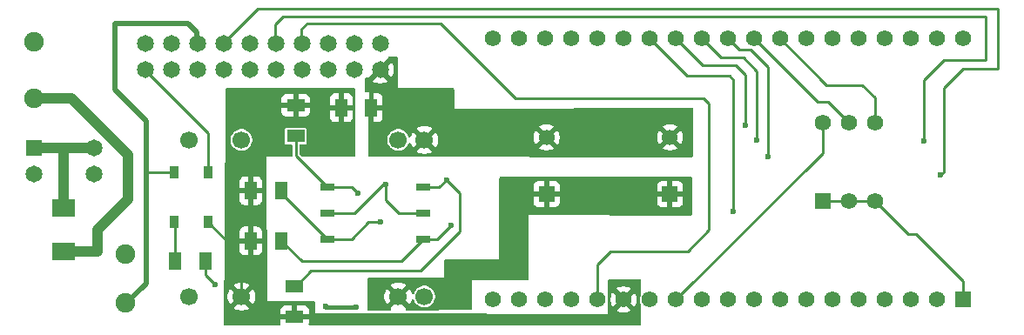
<source format=gbr>
%TF.GenerationSoftware,KiCad,Pcbnew,9.0.0*%
%TF.CreationDate,2025-11-28T03:58:55-07:00*%
%TF.ProjectId,ESP-Board,4553502d-426f-4617-9264-2e6b69636164,rev?*%
%TF.SameCoordinates,Original*%
%TF.FileFunction,Copper,L2,Bot*%
%TF.FilePolarity,Positive*%
%FSLAX46Y46*%
G04 Gerber Fmt 4.6, Leading zero omitted, Abs format (unit mm)*
G04 Created by KiCad (PCBNEW 9.0.0) date 2025-11-28 03:58:55*
%MOMM*%
%LPD*%
G01*
G04 APERTURE LIST*
%TA.AperFunction,ComponentPad*%
%ADD10R,1.580000X1.580000*%
%TD*%
%TA.AperFunction,ComponentPad*%
%ADD11C,1.580000*%
%TD*%
%TA.AperFunction,ComponentPad*%
%ADD12R,1.524000X1.524000*%
%TD*%
%TA.AperFunction,ComponentPad*%
%ADD13C,1.524000*%
%TD*%
%TA.AperFunction,ComponentPad*%
%ADD14R,1.650000X1.650000*%
%TD*%
%TA.AperFunction,ComponentPad*%
%ADD15C,1.650000*%
%TD*%
%TA.AperFunction,ComponentPad*%
%ADD16C,1.900000*%
%TD*%
%TA.AperFunction,ComponentPad*%
%ADD17C,1.700000*%
%TD*%
%TA.AperFunction,ComponentPad*%
%ADD18C,1.651000*%
%TD*%
%TA.AperFunction,SMDPad,CuDef*%
%ADD19R,0.939800X1.244600*%
%TD*%
%TA.AperFunction,SMDPad,CuDef*%
%ADD20R,1.371600X0.660400*%
%TD*%
%TA.AperFunction,SMDPad,CuDef*%
%ADD21R,1.770000X1.170000*%
%TD*%
%TA.AperFunction,SMDPad,CuDef*%
%ADD22R,1.170000X1.770000*%
%TD*%
%TA.AperFunction,SMDPad,CuDef*%
%ADD23R,1.230000X1.770000*%
%TD*%
%TA.AperFunction,ComponentPad*%
%ADD24R,1.560000X1.560000*%
%TD*%
%TA.AperFunction,ComponentPad*%
%ADD25C,1.560000*%
%TD*%
%TA.AperFunction,SMDPad,CuDef*%
%ADD26R,2.209800X1.651000*%
%TD*%
%TA.AperFunction,SMDPad,CuDef*%
%ADD27R,1.200000X1.820000*%
%TD*%
%TA.AperFunction,ViaPad*%
%ADD28C,0.600000*%
%TD*%
%TA.AperFunction,Conductor*%
%ADD29C,0.254000*%
%TD*%
%TA.AperFunction,Conductor*%
%ADD30C,0.450000*%
%TD*%
%TA.AperFunction,Conductor*%
%ADD31C,1.000000*%
%TD*%
%TA.AperFunction,Conductor*%
%ADD32C,0.500000*%
%TD*%
G04 APERTURE END LIST*
D10*
%TO.P,S1,1A*%
%TO.N,+3.3V*%
X174945000Y-92057500D03*
D11*
%TO.P,S1,1B*%
%TO.N,GPIO_14*%
X174945000Y-84437500D03*
%TO.P,S1,2A*%
%TO.N,+3.3V*%
X177485000Y-92057500D03*
%TO.P,S1,2B*%
%TO.N,GPIO_18*%
X177485000Y-84437500D03*
%TO.P,S1,3A*%
%TO.N,+3.3V*%
X180025000Y-92057500D03*
%TO.P,S1,3B*%
%TO.N,GPIO_19*%
X180025000Y-84437500D03*
%TD*%
D12*
%TO.P,C1,1*%
%TO.N,+VIN*%
X148074919Y-91353665D03*
D13*
%TO.P,C1,2*%
%TO.N,-Vin*%
X148074919Y-85841865D03*
%TD*%
D12*
%TO.P,C2,1*%
%TO.N,+VIN*%
X160074919Y-91353665D03*
D13*
%TO.P,C2,2*%
%TO.N,-Vin*%
X160074919Y-85841865D03*
%TD*%
D14*
%TO.P,S2,1*%
%TO.N,+24V*%
X98200000Y-86871400D03*
D15*
%TO.P,S2,2*%
%TO.N,+VIN*%
X98200000Y-89371400D03*
%TO.P,S2,3*%
%TO.N,+24V*%
X104100000Y-86871400D03*
%TO.P,S2,4*%
%TO.N,+VIN*%
X104100000Y-89371400D03*
%TD*%
D16*
%TO.P,RF1,1*%
%TO.N,+VIN-dc*%
X98250000Y-76530000D03*
%TO.P,RF1,2*%
%TO.N,+VIN*%
X98250000Y-82041800D03*
%TD*%
D17*
%TO.P,PS1,2,-VIN*%
%TO.N,-Vin*%
X136195000Y-86095000D03*
%TO.P,PS1,3,-VIN__1*%
%TO.N,unconnected-(PS1--VIN__1-Pad3)*%
X133655000Y-86095000D03*
%TO.P,PS1,9,NC*%
%TO.N,unconnected-(PS1-NC-Pad9)*%
X118415000Y-86095000D03*
%TO.P,PS1,11,NC1*%
%TO.N,unconnected-(PS1-NC1-Pad11)*%
X113335000Y-86095000D03*
%TO.P,PS1,14,+VOUT*%
%TO.N,/ESP-Board/+VOUT*%
X113335000Y-101335000D03*
%TO.P,PS1,16,-VOUT*%
%TO.N,ESP_GND2*%
X118415000Y-101335000D03*
%TO.P,PS1,22,+VIN*%
%TO.N,+VIN*%
X133655000Y-101335000D03*
%TO.P,PS1,23,+VIN__1*%
%TO.N,unconnected-(PS1-+VIN__1-Pad23)*%
X136195000Y-101335000D03*
%TD*%
D16*
%TO.P,RF2,1*%
%TO.N,/ESP-Board/+VOUT*%
X107111066Y-97191250D03*
%TO.P,RF2,2*%
%TO.N,+VOUT_esp_signal*%
X107136066Y-101941250D03*
%TD*%
D18*
%TO.P,J7,1,1*%
%TO.N,GPIO_27*%
X109040000Y-79262500D03*
%TO.P,J7,2,2*%
%TO.N,GPIO_26*%
X111580000Y-79262500D03*
%TO.P,J7,3,3*%
%TO.N,GPIO_25*%
X114120000Y-79262500D03*
%TO.P,J7,4,4*%
%TO.N,GPIO_33*%
X116660000Y-79262500D03*
%TO.P,J7,5,5*%
%TO.N,GPIO_32*%
X119200000Y-79262500D03*
%TO.P,J7,6,6*%
%TO.N,+3.3V*%
X121740000Y-79262500D03*
%TO.P,J7,7,7*%
%TO.N,GPIO_23*%
X124280000Y-79262500D03*
%TO.P,J7,8,8*%
%TO.N,GPIO_22*%
X126820000Y-79262500D03*
%TO.P,J7,9,9*%
%TO.N,GPIO_21*%
X129360000Y-79262500D03*
%TO.P,J7,10,10*%
%TO.N,-Vin*%
X131900000Y-79262500D03*
%TO.P,J7,11,11*%
%TO.N,+VIN*%
X109040000Y-76722500D03*
%TO.P,J7,12,12*%
%TO.N,+VIN-dc*%
X111580000Y-76722500D03*
%TO.P,J7,13,13*%
%TO.N,+VOUT_esp_signal*%
X114120000Y-76722500D03*
%TO.P,J7,14,14*%
%TO.N,GPIO_ANAG_34*%
X116660000Y-76722500D03*
%TO.P,J7,15,15*%
%TO.N,unconnected-(J7-Pad15)*%
X119200000Y-76722500D03*
%TO.P,J7,16,16*%
%TO.N,GPIO_ANAG_35*%
X121740000Y-76722500D03*
%TO.P,J7,17,17*%
%TO.N,GPIO_13*%
X124280000Y-76722500D03*
%TO.P,J7,18,18*%
%TO.N,ESP_GND2*%
X126820000Y-76722500D03*
%TO.P,J7,19,19*%
%TO.N,GPIO_2*%
X129360000Y-76722500D03*
%TO.P,J7,20,20*%
%TO.N,CLK*%
X131900000Y-76722500D03*
%TD*%
D19*
%TO.P,LED1,1,VDD*%
%TO.N,+VOUT_esp_signal*%
X111835000Y-89216600D03*
%TO.P,LED1,2,DOUT*%
%TO.N,GPIO_27*%
X115134998Y-89216600D03*
%TO.P,LED1,3,VSS*%
%TO.N,ESP_GND2*%
X115134998Y-94093400D03*
%TO.P,LED1,4,DIN*%
%TO.N,Net-(LED1-DIN)*%
X111835000Y-94093400D03*
%TD*%
D20*
%TO.P,U6,1,1*%
%TO.N,GPIO_4*%
X126761400Y-95775000D03*
%TO.P,U6,2,2*%
%TO.N,+3.3V*%
X126761400Y-93235000D03*
%TO.P,U6,3,3*%
%TO.N,GPIO_17*%
X126761400Y-90695000D03*
%TO.P,U6,4,4*%
%TO.N,GPIO_16*%
X136108600Y-90695000D03*
%TO.P,U6,5,5*%
%TO.N,+3.3V*%
X136108600Y-93235000D03*
%TO.P,U6,6,6*%
%TO.N,GPIO_5*%
X136108600Y-95775000D03*
%TD*%
D21*
%TO.P,R15,1*%
%TO.N,GPIO_16*%
X123575000Y-100291000D03*
%TO.P,R15,2*%
%TO.N,ESP_GND2*%
X123575000Y-103279000D03*
%TD*%
D22*
%TO.P,R16,1*%
%TO.N,GPIO_4*%
X122289000Y-91035000D03*
%TO.P,R16,2*%
%TO.N,ESP_GND2*%
X119301000Y-91035000D03*
%TD*%
D23*
%TO.P,R7,1*%
%TO.N,Net-(LED1-DIN)*%
X111959000Y-97895000D03*
%TO.P,R7,2*%
%TO.N,GPIO_27*%
X114891000Y-97895000D03*
%TD*%
D24*
%TO.P,U1,J2-1,3V3*%
%TO.N,+3.3V*%
X188595000Y-101635000D03*
D25*
%TO.P,U1,J2-2,EN*%
%TO.N,unconnected-(U1-EN-PadJ2-2)*%
X186055000Y-101635000D03*
%TO.P,U1,J2-3,SENSOR_VP*%
%TO.N,unconnected-(U1-SENSOR_VP-PadJ2-3)*%
X183515000Y-101635000D03*
%TO.P,U1,J2-4,SENSOR_VN*%
%TO.N,unconnected-(U1-SENSOR_VN-PadJ2-4)*%
X180975000Y-101635000D03*
%TO.P,U1,J2-5,IO34*%
%TO.N,GPIO_ANAG_34*%
X178435000Y-101635000D03*
%TO.P,U1,J2-6,IO35*%
%TO.N,GPIO_ANAG_35*%
X175895000Y-101635000D03*
%TO.P,U1,J2-7,IO32*%
%TO.N,GPIO_32*%
X173355000Y-101635000D03*
%TO.P,U1,J2-8,IO33*%
%TO.N,GPIO_33*%
X170815000Y-101635000D03*
%TO.P,U1,J2-9,IO25*%
%TO.N,GPIO_25*%
X168275000Y-101635000D03*
%TO.P,U1,J2-10,IO26*%
%TO.N,GPIO_26*%
X165735000Y-101635000D03*
%TO.P,U1,J2-11,IO27*%
%TO.N,GPIO_27*%
X163195000Y-101635000D03*
%TO.P,U1,J2-12,IO14*%
%TO.N,GPIO_14*%
X160655000Y-101635000D03*
%TO.P,U1,J2-13,IO12*%
%TO.N,unconnected-(U1-IO12-PadJ2-13)*%
X158115000Y-101635000D03*
%TO.P,U1,J2-14,GND1*%
%TO.N,ESP_GND2*%
X155575000Y-101635000D03*
%TO.P,U1,J2-15,IO13*%
%TO.N,GPIO_13*%
X153035000Y-101635000D03*
%TO.P,U1,J2-16,SD2*%
%TO.N,unconnected-(U1-SD2-PadJ2-16)*%
X150495000Y-101635000D03*
%TO.P,U1,J2-17,SD3*%
%TO.N,unconnected-(U1-SD3-PadJ2-17)*%
X147955000Y-101635000D03*
%TO.P,U1,J2-18,CMD*%
%TO.N,unconnected-(U1-CMD-PadJ2-18)*%
X145415000Y-101635000D03*
%TO.P,U1,J2-19,EXT_5V*%
%TO.N,+VOUT_esp_signal*%
X142875000Y-101635000D03*
%TO.P,U1,J3-1,GND3*%
%TO.N,ESP_GND2*%
X188595000Y-76235000D03*
%TO.P,U1,J3-2,IO23*%
%TO.N,GPIO_23*%
X186055000Y-76235000D03*
%TO.P,U1,J3-3,IO22*%
%TO.N,GPIO_22*%
X183515000Y-76235000D03*
%TO.P,U1,J3-4,TXD0*%
%TO.N,unconnected-(U1-TXD0-PadJ3-4)*%
X180975000Y-76235000D03*
%TO.P,U1,J3-5,RXD0*%
%TO.N,unconnected-(U1-RXD0-PadJ3-5)*%
X178435000Y-76235000D03*
%TO.P,U1,J3-6,IO21*%
%TO.N,GPIO_21*%
X175895000Y-76235000D03*
%TO.P,U1,J3-7,GND2*%
%TO.N,ESP_GND2*%
X173355000Y-76235000D03*
%TO.P,U1,J3-8,IO19*%
%TO.N,GPIO_19*%
X170815000Y-76235000D03*
%TO.P,U1,J3-9,IO18*%
%TO.N,GPIO_18*%
X168275000Y-76235000D03*
%TO.P,U1,J3-10,IO5*%
%TO.N,GPIO_5*%
X165735000Y-76235000D03*
%TO.P,U1,J3-11,IO17*%
%TO.N,GPIO_17*%
X163195000Y-76235000D03*
%TO.P,U1,J3-12,IO16*%
%TO.N,GPIO_16*%
X160655000Y-76235000D03*
%TO.P,U1,J3-13,IO4*%
%TO.N,GPIO_4*%
X158115000Y-76235000D03*
%TO.P,U1,J3-14,IO0*%
%TO.N,unconnected-(U1-IO0-PadJ3-14)*%
X155575000Y-76235000D03*
%TO.P,U1,J3-15,IO2*%
%TO.N,GPIO_2*%
X153035000Y-76235000D03*
%TO.P,U1,J3-16,IO15*%
%TO.N,unconnected-(U1-IO15-PadJ3-16)*%
X150495000Y-76235000D03*
%TO.P,U1,J3-17,SD1*%
%TO.N,unconnected-(U1-SD1-PadJ3-17)*%
X147955000Y-76235000D03*
%TO.P,U1,J3-18,SD0*%
%TO.N,unconnected-(U1-SD0-PadJ3-18)*%
X145415000Y-76235000D03*
%TO.P,U1,J3-19,CLK*%
%TO.N,CLK*%
X142875000Y-76235000D03*
%TD*%
D26*
%TO.P,D1,1*%
%TO.N,+24V*%
X101100000Y-92721400D03*
%TO.P,D1,2*%
%TO.N,+VIN*%
X101100000Y-96963200D03*
%TD*%
D27*
%TO.P,C3,1*%
%TO.N,ESP_GND2*%
X128115000Y-82955000D03*
%TO.P,C3,2*%
%TO.N,-Vin*%
X131035000Y-82955000D03*
%TD*%
D22*
%TO.P,R14,1*%
%TO.N,GPIO_5*%
X122289000Y-95915000D03*
%TO.P,R14,2*%
%TO.N,ESP_GND2*%
X119301000Y-95915000D03*
%TD*%
D21*
%TO.P,R13,1*%
%TO.N,GPIO_17*%
X123685000Y-85719000D03*
%TO.P,R13,2*%
%TO.N,ESP_GND2*%
X123685000Y-82731000D03*
%TD*%
D28*
%TO.N,+VIN*%
X131285000Y-101235000D03*
%TO.N,+3.3V*%
X132435000Y-90435000D03*
%TO.N,GPIO_ANAG_34*%
X186385000Y-89535000D03*
%TO.N,+VOUT_esp_signal*%
X126590000Y-102320000D03*
X129530000Y-102330000D03*
%TO.N,GPIO_ANAG_35*%
X184735000Y-86235000D03*
%TO.N,GPIO_27*%
X115875000Y-100175000D03*
%TO.N,GPIO_5*%
X169585000Y-87685000D03*
X138755485Y-94414515D03*
%TO.N,GPIO_17*%
X168535000Y-86135000D03*
X129685000Y-91235000D03*
%TO.N,GPIO_16*%
X138335000Y-89985000D03*
X167435000Y-84635000D03*
%TO.N,GPIO_4*%
X131935000Y-94085000D03*
X166235000Y-93035000D03*
%TD*%
D29*
%TO.N,GPIO_ANAG_34*%
X191985000Y-79185000D02*
X191985000Y-73330000D01*
X191985000Y-73330000D02*
X120012500Y-73330000D01*
X188535000Y-79185000D02*
X191985000Y-79185000D01*
X186685000Y-81035000D02*
X188535000Y-79185000D01*
X120012500Y-73330000D02*
X116620000Y-76722500D01*
X186685000Y-89235000D02*
X186685000Y-81035000D01*
X186385000Y-89535000D02*
X186685000Y-89235000D01*
D30*
%TO.N,+VOUT_esp_signal*%
X128740000Y-102330000D02*
X129530000Y-102330000D01*
X127665000Y-102335000D02*
X128735000Y-102335000D01*
X128735000Y-102335000D02*
X128740000Y-102330000D01*
X126600000Y-102330000D02*
X127660000Y-102330000D01*
X127660000Y-102330000D02*
X127665000Y-102335000D01*
X126590000Y-102320000D02*
X126600000Y-102330000D01*
D31*
%TO.N,+VIN*%
X104410000Y-94810000D02*
X107385000Y-91835000D01*
X104410000Y-96960500D02*
X104410000Y-94810000D01*
X101895000Y-82070000D02*
X98278200Y-82070000D01*
X107385000Y-87560000D02*
X101895000Y-82070000D01*
X98278200Y-82070000D02*
X98250000Y-82041800D01*
X107385000Y-91835000D02*
X107385000Y-87560000D01*
X101102700Y-96960500D02*
X104410000Y-96960500D01*
X101100000Y-96963200D02*
X101102700Y-96960500D01*
D29*
%TO.N,ESP_GND2*%
X118415000Y-97373402D02*
X118415000Y-101335000D01*
X115134998Y-94093400D02*
X118415000Y-97373402D01*
D31*
%TO.N,+24V*%
X101100000Y-92721400D02*
X101100000Y-86921400D01*
X101050000Y-86871400D02*
X98200000Y-86871400D01*
X101150000Y-86871400D02*
X104100000Y-86871400D01*
D29*
X101160000Y-87910500D02*
X101210000Y-87860500D01*
X101160000Y-87910500D02*
X101110000Y-87860500D01*
%TO.N,+3.3V*%
X132435000Y-91985000D02*
X133685000Y-93235000D01*
X188595000Y-99795000D02*
X184035000Y-95235000D01*
X132185000Y-90435000D02*
X129385000Y-93235000D01*
X180025000Y-92057500D02*
X177485000Y-92057500D01*
X183202500Y-95235000D02*
X180025000Y-92057500D01*
X129385000Y-93235000D02*
X126761400Y-93235000D01*
X132435000Y-90435000D02*
X132185000Y-90435000D01*
X188595000Y-101635000D02*
X188595000Y-99795000D01*
X133685000Y-93235000D02*
X136108600Y-93235000D01*
X132435000Y-90435000D02*
X132435000Y-91985000D01*
X177485000Y-92057500D02*
X174945000Y-92057500D01*
X184035000Y-95235000D02*
X183202500Y-95235000D01*
D32*
%TO.N,+VOUT_esp_signal*%
X106085000Y-81185000D02*
X106085000Y-74735000D01*
X109125000Y-84225000D02*
X106085000Y-81185000D01*
D29*
X111835000Y-89216600D02*
X109146600Y-89216600D01*
D32*
X114080000Y-75580000D02*
X114080000Y-76722500D01*
X106085000Y-74735000D02*
X113235000Y-74735000D01*
X113235000Y-74735000D02*
X114080000Y-75580000D01*
X107236066Y-101941250D02*
X109125000Y-100052316D01*
X109125000Y-100052316D02*
X109125000Y-89195000D01*
X109125000Y-89195000D02*
X109125000Y-84225000D01*
D29*
X109146600Y-89216600D02*
X109125000Y-89195000D01*
%TO.N,GPIO_ANAG_35*%
X184735000Y-80235000D02*
X186685000Y-78285000D01*
X184735000Y-86235000D02*
X184735000Y-80235000D01*
X190785000Y-74085000D02*
X122465000Y-74085000D01*
X122465000Y-74085000D02*
X121700000Y-74850000D01*
X121700000Y-74850000D02*
X121700000Y-76722500D01*
X186685000Y-78285000D02*
X190785000Y-78285000D01*
X190785000Y-78285000D02*
X190785000Y-74085000D01*
%TO.N,GPIO_13*%
X124240000Y-75280000D02*
X124785000Y-74735000D01*
X124240000Y-76722500D02*
X124240000Y-75280000D01*
X153035000Y-98185000D02*
X153035000Y-101635000D01*
X145035000Y-82035000D02*
X163335000Y-82035000D01*
X124785000Y-74735000D02*
X137735000Y-74735000D01*
X154285000Y-96935000D02*
X153035000Y-98185000D01*
X163885000Y-94835000D02*
X161785000Y-96935000D01*
X163885000Y-82585000D02*
X163885000Y-94835000D01*
X161785000Y-96935000D02*
X154285000Y-96935000D01*
X163335000Y-82035000D02*
X163885000Y-82585000D01*
X137735000Y-74735000D02*
X145035000Y-82035000D01*
%TO.N,GPIO_27*%
X115134998Y-89216600D02*
X115134998Y-85397498D01*
X115875000Y-100175000D02*
X114891000Y-99191000D01*
X114891000Y-99191000D02*
X114891000Y-97895000D01*
X115134998Y-85397498D02*
X109000000Y-79262500D01*
%TO.N,Net-(LED1-DIN)*%
X111959000Y-97895000D02*
X111959000Y-94217400D01*
X111959000Y-94217400D02*
X111835000Y-94093400D01*
%TO.N,GPIO_5*%
X169585000Y-87685000D02*
X169585000Y-79035000D01*
X166822500Y-77335000D02*
X165335000Y-75847500D01*
X169585000Y-79035000D02*
X167885000Y-77335000D01*
X167885000Y-77335000D02*
X166822500Y-77335000D01*
X138755485Y-94414515D02*
X137395000Y-95775000D01*
X137395000Y-95775000D02*
X136108600Y-95775000D01*
X133988600Y-97895000D02*
X136108600Y-95775000D01*
X124269000Y-97895000D02*
X133988600Y-97895000D01*
X122289000Y-95915000D02*
X124269000Y-97895000D01*
%TO.N,GPIO_17*%
X123685000Y-85719000D02*
X123685000Y-87618600D01*
X168535000Y-86135000D02*
X168535000Y-79385000D01*
X168535000Y-79385000D02*
X167235000Y-78085000D01*
X167235000Y-78085000D02*
X165032500Y-78085000D01*
X123685000Y-87618600D02*
X126761400Y-90695000D01*
X126761400Y-90695000D02*
X129145000Y-90695000D01*
X129145000Y-90695000D02*
X129685000Y-91235000D01*
X165032500Y-78085000D02*
X162795000Y-75847500D01*
%TO.N,GPIO_16*%
X139665000Y-91315000D02*
X138335000Y-89985000D01*
X136108600Y-90695000D02*
X137625000Y-90695000D01*
X166485000Y-78835000D02*
X163242500Y-78835000D01*
X125141000Y-98835000D02*
X135795000Y-98835000D01*
X135795000Y-98835000D02*
X139665000Y-94965000D01*
X139665000Y-94965000D02*
X139665000Y-91315000D01*
X123575000Y-100291000D02*
X123685000Y-100291000D01*
X137625000Y-90695000D02*
X138335000Y-89985000D01*
X123685000Y-100291000D02*
X125141000Y-98835000D01*
X167435000Y-84635000D02*
X167435000Y-79785000D01*
X167435000Y-79785000D02*
X166485000Y-78835000D01*
X163242500Y-78835000D02*
X160255000Y-75847500D01*
%TO.N,GPIO_4*%
X165885000Y-79885000D02*
X161752500Y-79885000D01*
X122289000Y-91302600D02*
X126761400Y-95775000D01*
X166235000Y-93035000D02*
X166235000Y-80235000D01*
X122289000Y-91035000D02*
X122289000Y-91302600D01*
X166235000Y-80235000D02*
X165885000Y-79885000D01*
X161752500Y-79885000D02*
X157715000Y-75847500D01*
X129095000Y-95775000D02*
X126761400Y-95775000D01*
X130785000Y-94085000D02*
X129095000Y-95775000D01*
X131935000Y-94085000D02*
X130785000Y-94085000D01*
%TO.N,GPIO_18*%
X175432500Y-82385000D02*
X177485000Y-84437500D01*
X174412500Y-82385000D02*
X175432500Y-82385000D01*
X167875000Y-75847500D02*
X174412500Y-82385000D01*
%TO.N,GPIO_19*%
X178785000Y-80735000D02*
X180025000Y-81975000D01*
X175302500Y-80735000D02*
X178785000Y-80735000D01*
X180025000Y-81975000D02*
X180025000Y-84437500D01*
X170415000Y-75847500D02*
X175302500Y-80735000D01*
%TO.N,GPIO_14*%
X174945000Y-87345000D02*
X160655000Y-101635000D01*
X174945000Y-84437500D02*
X174945000Y-87345000D01*
%TD*%
%TA.AperFunction,Conductor*%
%TO.N,-Vin*%
G36*
X133577958Y-77994200D02*
G01*
X133623713Y-78047004D01*
X133634919Y-78098515D01*
X133634919Y-81035102D01*
X138962329Y-81044303D01*
X139029335Y-81064104D01*
X139074998Y-81116986D01*
X139086109Y-81167099D01*
X139104202Y-83030673D01*
X139104202Y-83030672D01*
X139104203Y-83030674D01*
X162169960Y-82936528D01*
X162237079Y-82955939D01*
X162283049Y-83008556D01*
X162294466Y-83060527D01*
X162294466Y-87646253D01*
X162274781Y-87713292D01*
X162221977Y-87759047D01*
X162170300Y-87770253D01*
X130871673Y-87728313D01*
X130804660Y-87708539D01*
X130758976Y-87655673D01*
X130747851Y-87602582D01*
X130754814Y-87103865D01*
X130770343Y-85991530D01*
X132604500Y-85991530D01*
X132604500Y-86198469D01*
X132629928Y-86326302D01*
X132644870Y-86401420D01*
X132724059Y-86592598D01*
X132737836Y-86613217D01*
X132839024Y-86764657D01*
X132985342Y-86910975D01*
X132985345Y-86910977D01*
X133157402Y-87025941D01*
X133348580Y-87105130D01*
X133551530Y-87145499D01*
X133551534Y-87145500D01*
X133551535Y-87145500D01*
X133758466Y-87145500D01*
X133758467Y-87145499D01*
X133961420Y-87105130D01*
X134152598Y-87025941D01*
X134324655Y-86910977D01*
X134470977Y-86764655D01*
X134585941Y-86592598D01*
X134654165Y-86427889D01*
X134698004Y-86373488D01*
X134764298Y-86351423D01*
X134831998Y-86368702D01*
X134879609Y-86419839D01*
X134886656Y-86437026D01*
X134943904Y-86613216D01*
X135040375Y-86802550D01*
X135079728Y-86856716D01*
X135795000Y-86141445D01*
X135795000Y-86147661D01*
X135822259Y-86249394D01*
X135874920Y-86340606D01*
X135949394Y-86415080D01*
X136040606Y-86467741D01*
X136142339Y-86495000D01*
X136148554Y-86495000D01*
X135433282Y-87210269D01*
X135433282Y-87210270D01*
X135487449Y-87249624D01*
X135676782Y-87346095D01*
X135878870Y-87411757D01*
X136088754Y-87445000D01*
X136301246Y-87445000D01*
X136511127Y-87411757D01*
X136511130Y-87411757D01*
X136713217Y-87346095D01*
X136902554Y-87249622D01*
X136956716Y-87210270D01*
X136956717Y-87210270D01*
X136241446Y-86495000D01*
X136247661Y-86495000D01*
X136349394Y-86467741D01*
X136440606Y-86415080D01*
X136515080Y-86340606D01*
X136567741Y-86249394D01*
X136595000Y-86147661D01*
X136595000Y-86141446D01*
X137310270Y-86856717D01*
X137310270Y-86856716D01*
X137349622Y-86802554D01*
X137355723Y-86790581D01*
X137355723Y-86790580D01*
X137355724Y-86790579D01*
X137446095Y-86613217D01*
X137511757Y-86411130D01*
X137511757Y-86411127D01*
X137545000Y-86201246D01*
X137545000Y-85988753D01*
X137511758Y-85778873D01*
X137510822Y-85775993D01*
X137510821Y-85775991D01*
X137510821Y-85775989D01*
X137499954Y-85742543D01*
X146812919Y-85742543D01*
X146812919Y-85941186D01*
X146843994Y-86137385D01*
X146843994Y-86137388D01*
X146905376Y-86326302D01*
X146995560Y-86503297D01*
X147022649Y-86540580D01*
X147022650Y-86540581D01*
X147585423Y-85977807D01*
X147601538Y-86037946D01*
X147668417Y-86153785D01*
X147762999Y-86248367D01*
X147878838Y-86315246D01*
X147938976Y-86331359D01*
X147376202Y-86894133D01*
X147376202Y-86894134D01*
X147413486Y-86921223D01*
X147590481Y-87011407D01*
X147779396Y-87072789D01*
X147975598Y-87103865D01*
X148174240Y-87103865D01*
X148370439Y-87072789D01*
X148370442Y-87072789D01*
X148559356Y-87011407D01*
X148736344Y-86921227D01*
X148773635Y-86894133D01*
X148210861Y-86331359D01*
X148271000Y-86315246D01*
X148386839Y-86248367D01*
X148481421Y-86153785D01*
X148548300Y-86037946D01*
X148564414Y-85977807D01*
X149127187Y-86540580D01*
X149154281Y-86503290D01*
X149244461Y-86326302D01*
X149305843Y-86137388D01*
X149305843Y-86137385D01*
X149336919Y-85941186D01*
X149336919Y-85742543D01*
X158812919Y-85742543D01*
X158812919Y-85941186D01*
X158843994Y-86137385D01*
X158843994Y-86137388D01*
X158905376Y-86326302D01*
X158995560Y-86503297D01*
X159022649Y-86540580D01*
X159022650Y-86540581D01*
X159585423Y-85977807D01*
X159601538Y-86037946D01*
X159668417Y-86153785D01*
X159762999Y-86248367D01*
X159878838Y-86315246D01*
X159938976Y-86331359D01*
X159376202Y-86894133D01*
X159376202Y-86894134D01*
X159413486Y-86921223D01*
X159590481Y-87011407D01*
X159779396Y-87072789D01*
X159975598Y-87103865D01*
X160174240Y-87103865D01*
X160370439Y-87072789D01*
X160370442Y-87072789D01*
X160559356Y-87011407D01*
X160736344Y-86921227D01*
X160773635Y-86894133D01*
X160210861Y-86331359D01*
X160271000Y-86315246D01*
X160386839Y-86248367D01*
X160481421Y-86153785D01*
X160548300Y-86037946D01*
X160564414Y-85977807D01*
X161127187Y-86540580D01*
X161154281Y-86503290D01*
X161244461Y-86326302D01*
X161305843Y-86137388D01*
X161305843Y-86137385D01*
X161336919Y-85941186D01*
X161336919Y-85742543D01*
X161305843Y-85546344D01*
X161305843Y-85546341D01*
X161244461Y-85357427D01*
X161154277Y-85180432D01*
X161127187Y-85143148D01*
X160564413Y-85705922D01*
X160548300Y-85645784D01*
X160481421Y-85529945D01*
X160386839Y-85435363D01*
X160271000Y-85368484D01*
X160210861Y-85352369D01*
X160773635Y-84789596D01*
X160773634Y-84789595D01*
X160736351Y-84762506D01*
X160559356Y-84672322D01*
X160370441Y-84610940D01*
X160174240Y-84579865D01*
X159975598Y-84579865D01*
X159779398Y-84610940D01*
X159779395Y-84610940D01*
X159590481Y-84672322D01*
X159413483Y-84762508D01*
X159376202Y-84789594D01*
X159376201Y-84789595D01*
X159938977Y-85352369D01*
X159878838Y-85368484D01*
X159762999Y-85435363D01*
X159668417Y-85529945D01*
X159601538Y-85645784D01*
X159585423Y-85705922D01*
X159022649Y-85143147D01*
X159022648Y-85143148D01*
X158995562Y-85180429D01*
X158905376Y-85357427D01*
X158843994Y-85546341D01*
X158843994Y-85546344D01*
X158812919Y-85742543D01*
X149336919Y-85742543D01*
X149305843Y-85546344D01*
X149305843Y-85546341D01*
X149244461Y-85357427D01*
X149154277Y-85180432D01*
X149127187Y-85143148D01*
X148564413Y-85705922D01*
X148548300Y-85645784D01*
X148481421Y-85529945D01*
X148386839Y-85435363D01*
X148271000Y-85368484D01*
X148210861Y-85352369D01*
X148773635Y-84789596D01*
X148773634Y-84789595D01*
X148736351Y-84762506D01*
X148559356Y-84672322D01*
X148370441Y-84610940D01*
X148174240Y-84579865D01*
X147975598Y-84579865D01*
X147779398Y-84610940D01*
X147779395Y-84610940D01*
X147590481Y-84672322D01*
X147413483Y-84762508D01*
X147376202Y-84789594D01*
X147376201Y-84789595D01*
X147938977Y-85352369D01*
X147878838Y-85368484D01*
X147762999Y-85435363D01*
X147668417Y-85529945D01*
X147601538Y-85645784D01*
X147585423Y-85705922D01*
X147022649Y-85143147D01*
X147022648Y-85143148D01*
X146995562Y-85180429D01*
X146905376Y-85357427D01*
X146843994Y-85546341D01*
X146843994Y-85546344D01*
X146812919Y-85742543D01*
X137499954Y-85742543D01*
X137446095Y-85576782D01*
X137349624Y-85387449D01*
X137310270Y-85333282D01*
X137310269Y-85333282D01*
X136595000Y-86048552D01*
X136595000Y-86042339D01*
X136567741Y-85940606D01*
X136515080Y-85849394D01*
X136440606Y-85774920D01*
X136349394Y-85722259D01*
X136247661Y-85695000D01*
X136241447Y-85695000D01*
X136956716Y-84979728D01*
X136902550Y-84940375D01*
X136713217Y-84843904D01*
X136511129Y-84778242D01*
X136301246Y-84745000D01*
X136088754Y-84745000D01*
X135878872Y-84778242D01*
X135878869Y-84778242D01*
X135676782Y-84843904D01*
X135487439Y-84940380D01*
X135433282Y-84979727D01*
X135433282Y-84979728D01*
X136148554Y-85695000D01*
X136142339Y-85695000D01*
X136040606Y-85722259D01*
X135949394Y-85774920D01*
X135874920Y-85849394D01*
X135822259Y-85940606D01*
X135795000Y-86042339D01*
X135795000Y-86048554D01*
X135079728Y-85333282D01*
X135079727Y-85333282D01*
X135040380Y-85387439D01*
X134943905Y-85576781D01*
X134886656Y-85752974D01*
X134847218Y-85810649D01*
X134782859Y-85837847D01*
X134714013Y-85825932D01*
X134662537Y-85778688D01*
X134654164Y-85762107D01*
X134646060Y-85742543D01*
X134605982Y-85645784D01*
X134585943Y-85597405D01*
X134470975Y-85425342D01*
X134324657Y-85279024D01*
X134177102Y-85180432D01*
X134152598Y-85164059D01*
X133961420Y-85084870D01*
X133961412Y-85084868D01*
X133758469Y-85044500D01*
X133758465Y-85044500D01*
X133551535Y-85044500D01*
X133551530Y-85044500D01*
X133348587Y-85084868D01*
X133348579Y-85084870D01*
X133157403Y-85164058D01*
X132985342Y-85279024D01*
X132839024Y-85425342D01*
X132724058Y-85597403D01*
X132644870Y-85788579D01*
X132644868Y-85788587D01*
X132604500Y-85991530D01*
X130770343Y-85991530D01*
X130785381Y-84914415D01*
X130785380Y-84914415D01*
X130785683Y-84892747D01*
X130778598Y-84879704D01*
X130775835Y-84851806D01*
X130782187Y-84417373D01*
X130785000Y-84408287D01*
X130785000Y-84365000D01*
X131285000Y-84365000D01*
X131682828Y-84365000D01*
X131682844Y-84364999D01*
X131742372Y-84358598D01*
X131742379Y-84358596D01*
X131877086Y-84308354D01*
X131877093Y-84308350D01*
X131992187Y-84222190D01*
X131992190Y-84222187D01*
X132078350Y-84107093D01*
X132078354Y-84107086D01*
X132128596Y-83972379D01*
X132128598Y-83972372D01*
X132134999Y-83912844D01*
X132135000Y-83912827D01*
X132135000Y-83205000D01*
X131285000Y-83205000D01*
X131285000Y-84365000D01*
X130785000Y-84365000D01*
X130785000Y-84224974D01*
X130807222Y-82705000D01*
X131285000Y-82705000D01*
X132135000Y-82705000D01*
X132135000Y-81997172D01*
X132134999Y-81997155D01*
X132128598Y-81937627D01*
X132128596Y-81937620D01*
X132078354Y-81802913D01*
X132078350Y-81802906D01*
X131992190Y-81687812D01*
X131992187Y-81687809D01*
X131877093Y-81601649D01*
X131877086Y-81601645D01*
X131742379Y-81551403D01*
X131742372Y-81551401D01*
X131682844Y-81545000D01*
X131285000Y-81545000D01*
X131285000Y-82705000D01*
X130807222Y-82705000D01*
X130824919Y-81494515D01*
X130785000Y-81494515D01*
X130538919Y-81494515D01*
X130471880Y-81474830D01*
X130426125Y-81422026D01*
X130414919Y-81370515D01*
X130414919Y-80138515D01*
X130434604Y-80071476D01*
X130487408Y-80025721D01*
X130538919Y-80014515D01*
X130768256Y-80014515D01*
X130783235Y-80007892D01*
X130801530Y-80007414D01*
X131358657Y-79450287D01*
X131367447Y-79483091D01*
X131442687Y-79613409D01*
X131549091Y-79719813D01*
X131679409Y-79795053D01*
X131712211Y-79803842D01*
X131155822Y-80360230D01*
X131155822Y-80360231D01*
X131205285Y-80396169D01*
X131391179Y-80490887D01*
X131589610Y-80555362D01*
X131795676Y-80588000D01*
X132004324Y-80588000D01*
X132210389Y-80555362D01*
X132408820Y-80490887D01*
X132594709Y-80396172D01*
X132644176Y-80360230D01*
X132087788Y-79803842D01*
X132120591Y-79795053D01*
X132250909Y-79719813D01*
X132357313Y-79613409D01*
X132432553Y-79483091D01*
X132441342Y-79450288D01*
X132997730Y-80006676D01*
X133033672Y-79957209D01*
X133128387Y-79771320D01*
X133192862Y-79572889D01*
X133225500Y-79366824D01*
X133225500Y-79158175D01*
X133192862Y-78952110D01*
X133128387Y-78753679D01*
X133033669Y-78567785D01*
X132997730Y-78518322D01*
X132441342Y-79074710D01*
X132432553Y-79041909D01*
X132357313Y-78911591D01*
X132250909Y-78805187D01*
X132120591Y-78729947D01*
X132087787Y-78721157D01*
X132644176Y-78164768D01*
X132639728Y-78108243D01*
X132654093Y-78039866D01*
X132703144Y-77990110D01*
X132763346Y-77974515D01*
X133510919Y-77974515D01*
X133577958Y-77994200D01*
G37*
%TD.AperFunction*%
%TD*%
%TA.AperFunction,Conductor*%
%TO.N,+VIN*%
G36*
X162177414Y-89687225D02*
G01*
X162223191Y-89740010D01*
X162234417Y-89791041D01*
X162249374Y-93311081D01*
X162229974Y-93378204D01*
X162177365Y-93424182D01*
X162125297Y-93435608D01*
X146320983Y-93425700D01*
X146309667Y-93425693D01*
X146309666Y-93425693D01*
X146292899Y-97735000D01*
X146285796Y-99560651D01*
X146285481Y-99641482D01*
X146265536Y-99708445D01*
X146212554Y-99753994D01*
X146161482Y-99765000D01*
X140807039Y-99765000D01*
X140799054Y-100627439D01*
X140781359Y-102538449D01*
X140761054Y-102605303D01*
X140707829Y-102650567D01*
X140657746Y-102661300D01*
X134482121Y-102680301D01*
X134415021Y-102660823D01*
X134369104Y-102608160D01*
X134358947Y-102539033D01*
X134387777Y-102475388D01*
X134408854Y-102455984D01*
X134416716Y-102450271D01*
X134416717Y-102450270D01*
X133701446Y-101735000D01*
X133707661Y-101735000D01*
X133809394Y-101707741D01*
X133900606Y-101655080D01*
X133975080Y-101580606D01*
X134027741Y-101489394D01*
X134055000Y-101387661D01*
X134055000Y-101381447D01*
X134770270Y-102096717D01*
X134770270Y-102096716D01*
X134809622Y-102042554D01*
X134906095Y-101853217D01*
X134963343Y-101677026D01*
X135002780Y-101619351D01*
X135067139Y-101592152D01*
X135135985Y-101604066D01*
X135187461Y-101651310D01*
X135195835Y-101667891D01*
X135264058Y-101832596D01*
X135379024Y-102004657D01*
X135525342Y-102150975D01*
X135525345Y-102150977D01*
X135697402Y-102265941D01*
X135888580Y-102345130D01*
X136091530Y-102385499D01*
X136091534Y-102385500D01*
X136091535Y-102385500D01*
X136298466Y-102385500D01*
X136298467Y-102385499D01*
X136501420Y-102345130D01*
X136692598Y-102265941D01*
X136864655Y-102150977D01*
X137010977Y-102004655D01*
X137125941Y-101832598D01*
X137205130Y-101641420D01*
X137245500Y-101438465D01*
X137245500Y-101231535D01*
X137205130Y-101028580D01*
X137125941Y-100837402D01*
X137010977Y-100665345D01*
X137010975Y-100665342D01*
X136864657Y-100519024D01*
X136778626Y-100461541D01*
X136692598Y-100404059D01*
X136501420Y-100324870D01*
X136501412Y-100324868D01*
X136298469Y-100284500D01*
X136298465Y-100284500D01*
X136091535Y-100284500D01*
X136091530Y-100284500D01*
X135888587Y-100324868D01*
X135888579Y-100324870D01*
X135697403Y-100404058D01*
X135525342Y-100519024D01*
X135379024Y-100665342D01*
X135264057Y-100837403D01*
X135195835Y-101002108D01*
X135151994Y-101056511D01*
X135085700Y-101078576D01*
X135018000Y-101061297D01*
X134970390Y-101010159D01*
X134963343Y-100992973D01*
X134906095Y-100816782D01*
X134809624Y-100627449D01*
X134770270Y-100573282D01*
X134770269Y-100573282D01*
X134055000Y-101288552D01*
X134055000Y-101282339D01*
X134027741Y-101180606D01*
X133975080Y-101089394D01*
X133900606Y-101014920D01*
X133809394Y-100962259D01*
X133707661Y-100935000D01*
X133701447Y-100935000D01*
X134416716Y-100219728D01*
X134362550Y-100180375D01*
X134173217Y-100083904D01*
X133971129Y-100018242D01*
X133761246Y-99985000D01*
X133548754Y-99985000D01*
X133338872Y-100018242D01*
X133338869Y-100018242D01*
X133136782Y-100083904D01*
X132947439Y-100180380D01*
X132893282Y-100219727D01*
X132893282Y-100219728D01*
X133608554Y-100935000D01*
X133602339Y-100935000D01*
X133500606Y-100962259D01*
X133409394Y-101014920D01*
X133334920Y-101089394D01*
X133282259Y-101180606D01*
X133255000Y-101282339D01*
X133255000Y-101288554D01*
X132539728Y-100573282D01*
X132539727Y-100573282D01*
X132500380Y-100627439D01*
X132403904Y-100816782D01*
X132338242Y-101018869D01*
X132338242Y-101018872D01*
X132305000Y-101228753D01*
X132305000Y-101441246D01*
X132338242Y-101651127D01*
X132338242Y-101651130D01*
X132403904Y-101853217D01*
X132500375Y-102042550D01*
X132539728Y-102096716D01*
X133255000Y-101381445D01*
X133255000Y-101387661D01*
X133282259Y-101489394D01*
X133334920Y-101580606D01*
X133409394Y-101655080D01*
X133500606Y-101707741D01*
X133602339Y-101735000D01*
X133608554Y-101735000D01*
X132893282Y-102450269D01*
X132893282Y-102450271D01*
X132908118Y-102461050D01*
X132950784Y-102516379D01*
X132956763Y-102585993D01*
X132924158Y-102647788D01*
X132863319Y-102682145D01*
X132835615Y-102685367D01*
X130781136Y-102691688D01*
X130714036Y-102672210D01*
X130668119Y-102619547D01*
X130656756Y-102566952D01*
X130674269Y-99627569D01*
X130694353Y-99560651D01*
X130747428Y-99515212D01*
X130797570Y-99504313D01*
X138075017Y-99463543D01*
X138093582Y-97866873D01*
X138114045Y-97800069D01*
X138167377Y-97754931D01*
X138217350Y-97744317D01*
X143435000Y-97735000D01*
X143472552Y-90543820D01*
X146812919Y-90543820D01*
X146812919Y-91103665D01*
X147632668Y-91103665D01*
X147601538Y-91157584D01*
X147566919Y-91286785D01*
X147566919Y-91420545D01*
X147601538Y-91549746D01*
X147632668Y-91603665D01*
X146812919Y-91603665D01*
X146812919Y-92163509D01*
X146819320Y-92223037D01*
X146819322Y-92223044D01*
X146869564Y-92357751D01*
X146869568Y-92357758D01*
X146955728Y-92472852D01*
X146955731Y-92472855D01*
X147070825Y-92559015D01*
X147070832Y-92559019D01*
X147205539Y-92609261D01*
X147205546Y-92609263D01*
X147265074Y-92615664D01*
X147265091Y-92615665D01*
X147824919Y-92615665D01*
X147824919Y-91795916D01*
X147878838Y-91827046D01*
X148008039Y-91861665D01*
X148141799Y-91861665D01*
X148271000Y-91827046D01*
X148324919Y-91795916D01*
X148324919Y-92615665D01*
X148884747Y-92615665D01*
X148884763Y-92615664D01*
X148944291Y-92609263D01*
X148944298Y-92609261D01*
X149079005Y-92559019D01*
X149079012Y-92559015D01*
X149194106Y-92472855D01*
X149194109Y-92472852D01*
X149280269Y-92357758D01*
X149280273Y-92357751D01*
X149330515Y-92223044D01*
X149330517Y-92223037D01*
X149336918Y-92163509D01*
X149336919Y-92163492D01*
X149336919Y-91603665D01*
X148517170Y-91603665D01*
X148548300Y-91549746D01*
X148582919Y-91420545D01*
X148582919Y-91286785D01*
X148548300Y-91157584D01*
X148517170Y-91103665D01*
X149336919Y-91103665D01*
X149336919Y-90543837D01*
X149336918Y-90543820D01*
X158812919Y-90543820D01*
X158812919Y-91103665D01*
X159632668Y-91103665D01*
X159601538Y-91157584D01*
X159566919Y-91286785D01*
X159566919Y-91420545D01*
X159601538Y-91549746D01*
X159632668Y-91603665D01*
X158812919Y-91603665D01*
X158812919Y-92163509D01*
X158819320Y-92223037D01*
X158819322Y-92223044D01*
X158869564Y-92357751D01*
X158869568Y-92357758D01*
X158955728Y-92472852D01*
X158955731Y-92472855D01*
X159070825Y-92559015D01*
X159070832Y-92559019D01*
X159205539Y-92609261D01*
X159205546Y-92609263D01*
X159265074Y-92615664D01*
X159265091Y-92615665D01*
X159824919Y-92615665D01*
X159824919Y-91795916D01*
X159878838Y-91827046D01*
X160008039Y-91861665D01*
X160141799Y-91861665D01*
X160271000Y-91827046D01*
X160324919Y-91795916D01*
X160324919Y-92615665D01*
X160884747Y-92615665D01*
X160884763Y-92615664D01*
X160944291Y-92609263D01*
X160944298Y-92609261D01*
X161079005Y-92559019D01*
X161079012Y-92559015D01*
X161194106Y-92472855D01*
X161194109Y-92472852D01*
X161280269Y-92357758D01*
X161280273Y-92357751D01*
X161330515Y-92223044D01*
X161330517Y-92223037D01*
X161336918Y-92163509D01*
X161336919Y-92163492D01*
X161336919Y-91603665D01*
X160517170Y-91603665D01*
X160548300Y-91549746D01*
X160582919Y-91420545D01*
X160582919Y-91286785D01*
X160548300Y-91157584D01*
X160517170Y-91103665D01*
X161336919Y-91103665D01*
X161336919Y-90543837D01*
X161336918Y-90543820D01*
X161330517Y-90484292D01*
X161330515Y-90484285D01*
X161280273Y-90349578D01*
X161280269Y-90349571D01*
X161194109Y-90234477D01*
X161194106Y-90234474D01*
X161079012Y-90148314D01*
X161079005Y-90148310D01*
X160944298Y-90098068D01*
X160944291Y-90098066D01*
X160884763Y-90091665D01*
X160324919Y-90091665D01*
X160324919Y-90911413D01*
X160271000Y-90880284D01*
X160141799Y-90845665D01*
X160008039Y-90845665D01*
X159878838Y-90880284D01*
X159824919Y-90911413D01*
X159824919Y-90091665D01*
X159265074Y-90091665D01*
X159205546Y-90098066D01*
X159205539Y-90098068D01*
X159070832Y-90148310D01*
X159070825Y-90148314D01*
X158955731Y-90234474D01*
X158955728Y-90234477D01*
X158869568Y-90349571D01*
X158869564Y-90349578D01*
X158819322Y-90484285D01*
X158819320Y-90484292D01*
X158812919Y-90543820D01*
X149336918Y-90543820D01*
X149330517Y-90484292D01*
X149330515Y-90484285D01*
X149280273Y-90349578D01*
X149280269Y-90349571D01*
X149194109Y-90234477D01*
X149194106Y-90234474D01*
X149079012Y-90148314D01*
X149079005Y-90148310D01*
X148944298Y-90098068D01*
X148944291Y-90098066D01*
X148884763Y-90091665D01*
X148324919Y-90091665D01*
X148324919Y-90911413D01*
X148271000Y-90880284D01*
X148141799Y-90845665D01*
X148008039Y-90845665D01*
X147878838Y-90880284D01*
X147824919Y-90911413D01*
X147824919Y-90091665D01*
X147265074Y-90091665D01*
X147205546Y-90098066D01*
X147205539Y-90098068D01*
X147070832Y-90148310D01*
X147070825Y-90148314D01*
X146955731Y-90234474D01*
X146955728Y-90234477D01*
X146869568Y-90349571D01*
X146869564Y-90349578D01*
X146819322Y-90484285D01*
X146819320Y-90484292D01*
X146812919Y-90543820D01*
X143472552Y-90543820D01*
X143476444Y-89798547D01*
X143496478Y-89731612D01*
X143549520Y-89686133D01*
X143600390Y-89675195D01*
X162110370Y-89667568D01*
X162177414Y-89687225D01*
G37*
%TD.AperFunction*%
%TD*%
%TA.AperFunction,Conductor*%
%TO.N,ESP_GND2*%
G36*
X129360993Y-81064635D02*
G01*
X129427972Y-81084516D01*
X129473572Y-81137454D01*
X129484626Y-81189008D01*
X129465330Y-87589604D01*
X129445444Y-87656584D01*
X129392502Y-87702179D01*
X129340918Y-87713229D01*
X124276847Y-87696342D01*
X124247626Y-87687656D01*
X124217833Y-87681175D01*
X124212571Y-87677236D01*
X124209873Y-87676434D01*
X124189579Y-87660024D01*
X124048819Y-87519264D01*
X124015334Y-87457941D01*
X124012500Y-87431583D01*
X124012500Y-86628500D01*
X124032185Y-86561461D01*
X124084989Y-86515706D01*
X124136500Y-86504500D01*
X124589750Y-86504500D01*
X124589751Y-86504499D01*
X124604568Y-86501552D01*
X124648229Y-86492868D01*
X124648229Y-86492867D01*
X124648231Y-86492867D01*
X124714552Y-86448552D01*
X124758867Y-86382231D01*
X124758867Y-86382229D01*
X124758868Y-86382229D01*
X124770499Y-86323752D01*
X124770500Y-86323750D01*
X124770500Y-85114249D01*
X124770499Y-85114247D01*
X124758868Y-85055770D01*
X124758867Y-85055769D01*
X124714552Y-84989447D01*
X124648230Y-84945132D01*
X124648229Y-84945131D01*
X124589752Y-84933500D01*
X124589748Y-84933500D01*
X122780252Y-84933500D01*
X122780247Y-84933500D01*
X122721770Y-84945131D01*
X122721769Y-84945132D01*
X122655447Y-84989447D01*
X122611132Y-85055769D01*
X122611131Y-85055770D01*
X122599500Y-85114247D01*
X122599500Y-86323752D01*
X122611131Y-86382229D01*
X122611132Y-86382230D01*
X122655447Y-86448552D01*
X122721769Y-86492867D01*
X122721770Y-86492868D01*
X122780247Y-86504499D01*
X122780250Y-86504500D01*
X122780252Y-86504500D01*
X123233500Y-86504500D01*
X123300539Y-86524185D01*
X123346294Y-86576989D01*
X123357500Y-86628500D01*
X123357500Y-87568863D01*
X123337815Y-87635902D01*
X123285011Y-87681657D01*
X123233087Y-87692862D01*
X120875000Y-87685000D01*
X120924999Y-101784998D01*
X120925000Y-101785000D01*
X125446521Y-101786246D01*
X125513554Y-101805949D01*
X125559295Y-101858766D01*
X125570472Y-101908353D01*
X125586915Y-102985390D01*
X125586919Y-102988875D01*
X125586846Y-102994514D01*
X125586847Y-102994515D01*
X130723897Y-102994515D01*
X130728436Y-102995847D01*
X130774865Y-102995925D01*
X130774866Y-102995927D01*
X154017634Y-103035354D01*
X154049535Y-103035409D01*
X154049534Y-103035408D01*
X154049536Y-103035409D01*
X154032080Y-101534262D01*
X154295000Y-101534262D01*
X154295000Y-101735737D01*
X154326518Y-101934735D01*
X154388775Y-102126346D01*
X154388776Y-102126349D01*
X154480248Y-102305869D01*
X154509842Y-102346602D01*
X154509843Y-102346603D01*
X155075707Y-101780739D01*
X155090437Y-101835712D01*
X155158896Y-101954287D01*
X155255713Y-102051104D01*
X155374288Y-102119563D01*
X155429259Y-102134292D01*
X154863395Y-102700155D01*
X154904133Y-102729753D01*
X155083650Y-102821223D01*
X155083653Y-102821224D01*
X155275264Y-102883481D01*
X155474263Y-102915000D01*
X155675737Y-102915000D01*
X155874735Y-102883481D01*
X156066346Y-102821224D01*
X156066349Y-102821223D01*
X156245866Y-102729753D01*
X156286602Y-102700156D01*
X156286602Y-102700155D01*
X155720739Y-102134292D01*
X155775712Y-102119563D01*
X155894287Y-102051104D01*
X155991104Y-101954287D01*
X156059563Y-101835712D01*
X156074292Y-101780739D01*
X156640155Y-102346602D01*
X156640156Y-102346602D01*
X156669753Y-102305866D01*
X156761223Y-102126349D01*
X156761224Y-102126346D01*
X156823481Y-101934735D01*
X156855000Y-101735737D01*
X156855000Y-101534262D01*
X156823481Y-101335264D01*
X156761224Y-101143653D01*
X156761223Y-101143650D01*
X156669753Y-100964133D01*
X156640155Y-100923396D01*
X156640155Y-100923395D01*
X156074292Y-101489259D01*
X156059563Y-101434288D01*
X155991104Y-101315713D01*
X155894287Y-101218896D01*
X155775712Y-101150437D01*
X155720738Y-101135707D01*
X156286603Y-100569843D01*
X156286602Y-100569842D01*
X156245869Y-100540248D01*
X156066349Y-100448776D01*
X156066346Y-100448775D01*
X155874735Y-100386518D01*
X155675737Y-100355000D01*
X155474263Y-100355000D01*
X155275264Y-100386518D01*
X155083653Y-100448775D01*
X155083650Y-100448776D01*
X154904135Y-100540245D01*
X154904133Y-100540246D01*
X154863396Y-100569842D01*
X154863396Y-100569843D01*
X155429260Y-101135707D01*
X155374288Y-101150437D01*
X155255713Y-101218896D01*
X155158896Y-101315713D01*
X155090437Y-101434288D01*
X155075707Y-101489260D01*
X154509843Y-100923396D01*
X154509842Y-100923396D01*
X154480246Y-100964133D01*
X154480245Y-100964135D01*
X154388776Y-101143650D01*
X154388775Y-101143653D01*
X154326518Y-101335264D01*
X154295000Y-101534262D01*
X154032080Y-101534262D01*
X154011989Y-99806443D01*
X154030893Y-99739182D01*
X154083162Y-99692816D01*
X154133501Y-99681029D01*
X157091416Y-99621871D01*
X157158833Y-99640211D01*
X157205635Y-99692089D01*
X157217889Y-99744877D01*
X157229146Y-101185823D01*
X157219711Y-101234244D01*
X157172181Y-101348993D01*
X157172178Y-101349001D01*
X157134500Y-101538424D01*
X157134500Y-101731575D01*
X157172177Y-101920993D01*
X157172180Y-101921002D01*
X157226849Y-102052986D01*
X157236284Y-102099469D01*
X157243278Y-102994514D01*
X157251481Y-104044533D01*
X157232322Y-104111722D01*
X157179877Y-104157888D01*
X157127486Y-104169500D01*
X125058296Y-104169500D01*
X124991257Y-104149815D01*
X124945502Y-104097011D01*
X124935558Y-104027853D01*
X124942114Y-104002167D01*
X124953596Y-103971380D01*
X124953598Y-103971372D01*
X124959999Y-103911844D01*
X124960000Y-103911827D01*
X124960000Y-103529000D01*
X122190000Y-103529000D01*
X122190000Y-103911844D01*
X122196401Y-103971372D01*
X122196403Y-103971380D01*
X122207886Y-104002167D01*
X122212870Y-104071859D01*
X122179385Y-104133182D01*
X122118061Y-104166666D01*
X122091704Y-104169500D01*
X116813815Y-104169500D01*
X116746776Y-104149815D01*
X116701021Y-104097011D01*
X116689820Y-104044400D01*
X116704391Y-102401911D01*
X116709209Y-101858766D01*
X116714798Y-101228753D01*
X117065000Y-101228753D01*
X117065000Y-101441246D01*
X117098242Y-101651127D01*
X117098242Y-101651130D01*
X117163904Y-101853217D01*
X117260375Y-102042550D01*
X117299728Y-102096716D01*
X118015000Y-101381445D01*
X118015000Y-101387661D01*
X118042259Y-101489394D01*
X118094920Y-101580606D01*
X118169394Y-101655080D01*
X118260606Y-101707741D01*
X118362339Y-101735000D01*
X118368554Y-101735000D01*
X117653282Y-102450269D01*
X117653282Y-102450270D01*
X117707449Y-102489624D01*
X117896782Y-102586095D01*
X118098870Y-102651757D01*
X118308754Y-102685000D01*
X118521246Y-102685000D01*
X118731127Y-102651757D01*
X118731130Y-102651757D01*
X118748371Y-102646155D01*
X122190000Y-102646155D01*
X122190000Y-103029000D01*
X123325000Y-103029000D01*
X123825000Y-103029000D01*
X124960000Y-103029000D01*
X124960000Y-102646172D01*
X124959999Y-102646155D01*
X124953598Y-102586627D01*
X124953596Y-102586620D01*
X124903354Y-102451913D01*
X124903350Y-102451906D01*
X124817190Y-102336812D01*
X124817187Y-102336809D01*
X124702093Y-102250649D01*
X124702086Y-102250645D01*
X124567379Y-102200403D01*
X124567372Y-102200401D01*
X124507844Y-102194000D01*
X123825000Y-102194000D01*
X123825000Y-103029000D01*
X123325000Y-103029000D01*
X123325000Y-102194000D01*
X122642155Y-102194000D01*
X122582627Y-102200401D01*
X122582620Y-102200403D01*
X122447913Y-102250645D01*
X122447906Y-102250649D01*
X122332812Y-102336809D01*
X122332809Y-102336812D01*
X122246649Y-102451906D01*
X122246645Y-102451913D01*
X122196403Y-102586620D01*
X122196401Y-102586627D01*
X122190000Y-102646155D01*
X118748371Y-102646155D01*
X118933217Y-102586095D01*
X119038667Y-102532366D01*
X119122554Y-102489622D01*
X119176716Y-102450270D01*
X119176717Y-102450270D01*
X118461446Y-101735000D01*
X118467661Y-101735000D01*
X118569394Y-101707741D01*
X118660606Y-101655080D01*
X118735080Y-101580606D01*
X118787741Y-101489394D01*
X118815000Y-101387661D01*
X118815000Y-101381447D01*
X119530270Y-102096717D01*
X119530270Y-102096716D01*
X119569622Y-102042554D01*
X119666095Y-101853217D01*
X119731757Y-101651130D01*
X119731757Y-101651127D01*
X119765000Y-101441246D01*
X119765000Y-101228753D01*
X119731757Y-101018872D01*
X119731757Y-101018869D01*
X119666095Y-100816782D01*
X119569624Y-100627449D01*
X119530270Y-100573282D01*
X119530269Y-100573282D01*
X118815000Y-101288552D01*
X118815000Y-101282339D01*
X118787741Y-101180606D01*
X118735080Y-101089394D01*
X118660606Y-101014920D01*
X118569394Y-100962259D01*
X118467661Y-100935000D01*
X118461447Y-100935000D01*
X119176716Y-100219728D01*
X119122550Y-100180375D01*
X118933217Y-100083904D01*
X118731129Y-100018242D01*
X118521246Y-99985000D01*
X118308754Y-99985000D01*
X118098872Y-100018242D01*
X118098869Y-100018242D01*
X117896782Y-100083904D01*
X117707439Y-100180380D01*
X117653282Y-100219727D01*
X117653282Y-100219728D01*
X118368554Y-100935000D01*
X118362339Y-100935000D01*
X118260606Y-100962259D01*
X118169394Y-101014920D01*
X118094920Y-101089394D01*
X118042259Y-101180606D01*
X118015000Y-101282339D01*
X118015000Y-101288554D01*
X117299728Y-100573282D01*
X117299727Y-100573282D01*
X117260380Y-100627439D01*
X117163904Y-100816782D01*
X117098242Y-101018869D01*
X117098242Y-101018872D01*
X117065000Y-101228753D01*
X116714798Y-101228753D01*
X116741812Y-98183684D01*
X116753663Y-96847844D01*
X118216000Y-96847844D01*
X118222401Y-96907372D01*
X118222403Y-96907379D01*
X118272645Y-97042086D01*
X118272649Y-97042093D01*
X118358809Y-97157187D01*
X118358812Y-97157190D01*
X118473906Y-97243350D01*
X118473913Y-97243354D01*
X118608620Y-97293596D01*
X118608627Y-97293598D01*
X118668155Y-97299999D01*
X118668172Y-97300000D01*
X119051000Y-97300000D01*
X119551000Y-97300000D01*
X119933828Y-97300000D01*
X119933844Y-97299999D01*
X119993372Y-97293598D01*
X119993379Y-97293596D01*
X120128086Y-97243354D01*
X120128093Y-97243350D01*
X120243187Y-97157190D01*
X120243190Y-97157187D01*
X120329350Y-97042093D01*
X120329354Y-97042086D01*
X120379596Y-96907379D01*
X120379598Y-96907372D01*
X120385999Y-96847844D01*
X120386000Y-96847827D01*
X120386000Y-96165000D01*
X119551000Y-96165000D01*
X119551000Y-97300000D01*
X119051000Y-97300000D01*
X119051000Y-96165000D01*
X118216000Y-96165000D01*
X118216000Y-96847844D01*
X116753663Y-96847844D01*
X116760186Y-96112538D01*
X116770214Y-94982155D01*
X118216000Y-94982155D01*
X118216000Y-95665000D01*
X119051000Y-95665000D01*
X119551000Y-95665000D01*
X120386000Y-95665000D01*
X120386000Y-94982172D01*
X120385999Y-94982155D01*
X120379598Y-94922627D01*
X120379596Y-94922620D01*
X120329354Y-94787913D01*
X120329350Y-94787906D01*
X120243190Y-94672812D01*
X120243187Y-94672809D01*
X120128093Y-94586649D01*
X120128086Y-94586645D01*
X119993379Y-94536403D01*
X119993372Y-94536401D01*
X119933844Y-94530000D01*
X119551000Y-94530000D01*
X119551000Y-95665000D01*
X119051000Y-95665000D01*
X119051000Y-94530000D01*
X118668155Y-94530000D01*
X118608627Y-94536401D01*
X118608620Y-94536403D01*
X118473913Y-94586645D01*
X118473906Y-94586649D01*
X118358812Y-94672809D01*
X118358809Y-94672812D01*
X118272649Y-94787906D01*
X118272645Y-94787913D01*
X118222403Y-94922620D01*
X118222401Y-94922627D01*
X118216000Y-94982155D01*
X116770214Y-94982155D01*
X116770253Y-94977751D01*
X116796955Y-91967844D01*
X118216000Y-91967844D01*
X118222401Y-92027372D01*
X118222403Y-92027379D01*
X118272645Y-92162086D01*
X118272649Y-92162093D01*
X118358809Y-92277187D01*
X118358812Y-92277190D01*
X118473906Y-92363350D01*
X118473913Y-92363354D01*
X118608620Y-92413596D01*
X118608627Y-92413598D01*
X118668155Y-92419999D01*
X118668172Y-92420000D01*
X119051000Y-92420000D01*
X119551000Y-92420000D01*
X119933828Y-92420000D01*
X119933844Y-92419999D01*
X119993372Y-92413598D01*
X119993379Y-92413596D01*
X120128086Y-92363354D01*
X120128093Y-92363350D01*
X120243187Y-92277190D01*
X120243190Y-92277187D01*
X120329350Y-92162093D01*
X120329354Y-92162086D01*
X120379596Y-92027379D01*
X120379598Y-92027372D01*
X120385999Y-91967844D01*
X120386000Y-91967827D01*
X120386000Y-91285000D01*
X119551000Y-91285000D01*
X119551000Y-92420000D01*
X119051000Y-92420000D01*
X119051000Y-91285000D01*
X118216000Y-91285000D01*
X118216000Y-91967844D01*
X116796955Y-91967844D01*
X116803478Y-91232538D01*
X116813506Y-90102155D01*
X118216000Y-90102155D01*
X118216000Y-90785000D01*
X119051000Y-90785000D01*
X119551000Y-90785000D01*
X120386000Y-90785000D01*
X120386000Y-90102172D01*
X120385999Y-90102155D01*
X120379598Y-90042627D01*
X120379596Y-90042620D01*
X120329354Y-89907913D01*
X120329350Y-89907906D01*
X120243190Y-89792812D01*
X120243187Y-89792809D01*
X120128093Y-89706649D01*
X120128086Y-89706645D01*
X119993379Y-89656403D01*
X119993372Y-89656401D01*
X119933844Y-89650000D01*
X119551000Y-89650000D01*
X119551000Y-90785000D01*
X119051000Y-90785000D01*
X119051000Y-89650000D01*
X118668155Y-89650000D01*
X118608627Y-89656401D01*
X118608620Y-89656403D01*
X118473913Y-89706645D01*
X118473906Y-89706649D01*
X118358812Y-89792809D01*
X118358809Y-89792812D01*
X118272649Y-89907906D01*
X118272645Y-89907913D01*
X118222403Y-90042620D01*
X118222401Y-90042627D01*
X118216000Y-90102155D01*
X116813506Y-90102155D01*
X116813545Y-90097751D01*
X116844640Y-86592596D01*
X116849972Y-85991530D01*
X117364500Y-85991530D01*
X117364500Y-86198469D01*
X117404868Y-86401412D01*
X117404870Y-86401420D01*
X117484058Y-86592596D01*
X117599024Y-86764657D01*
X117745342Y-86910975D01*
X117745345Y-86910977D01*
X117917402Y-87025941D01*
X118108580Y-87105130D01*
X118311530Y-87145499D01*
X118311534Y-87145500D01*
X118311535Y-87145500D01*
X118518466Y-87145500D01*
X118518467Y-87145499D01*
X118721420Y-87105130D01*
X118912598Y-87025941D01*
X119084655Y-86910977D01*
X119230977Y-86764655D01*
X119345941Y-86592598D01*
X119425130Y-86401420D01*
X119465500Y-86198465D01*
X119465500Y-85991535D01*
X119425130Y-85788580D01*
X119345941Y-85597402D01*
X119230977Y-85425345D01*
X119230975Y-85425342D01*
X119084657Y-85279024D01*
X118998626Y-85221541D01*
X118912598Y-85164059D01*
X118721420Y-85084870D01*
X118721412Y-85084868D01*
X118518469Y-85044500D01*
X118518465Y-85044500D01*
X118311535Y-85044500D01*
X118311530Y-85044500D01*
X118108587Y-85084868D01*
X118108579Y-85084870D01*
X117917403Y-85164058D01*
X117745342Y-85279024D01*
X117599024Y-85425342D01*
X117484058Y-85597403D01*
X117404870Y-85788579D01*
X117404868Y-85788587D01*
X117364500Y-85991530D01*
X116849972Y-85991530D01*
X116868413Y-83912844D01*
X127015000Y-83912844D01*
X127021401Y-83972372D01*
X127021403Y-83972379D01*
X127071645Y-84107086D01*
X127071649Y-84107093D01*
X127157809Y-84222187D01*
X127157812Y-84222190D01*
X127272906Y-84308350D01*
X127272913Y-84308354D01*
X127407620Y-84358596D01*
X127407627Y-84358598D01*
X127467155Y-84364999D01*
X127467172Y-84365000D01*
X127865000Y-84365000D01*
X128365000Y-84365000D01*
X128762828Y-84365000D01*
X128762844Y-84364999D01*
X128822372Y-84358598D01*
X128822379Y-84358596D01*
X128957086Y-84308354D01*
X128957093Y-84308350D01*
X129072187Y-84222190D01*
X129072190Y-84222187D01*
X129158350Y-84107093D01*
X129158354Y-84107086D01*
X129208596Y-83972379D01*
X129208598Y-83972372D01*
X129214999Y-83912844D01*
X129215000Y-83912827D01*
X129215000Y-83205000D01*
X128365000Y-83205000D01*
X128365000Y-84365000D01*
X127865000Y-84365000D01*
X127865000Y-83205000D01*
X127015000Y-83205000D01*
X127015000Y-83912844D01*
X116868413Y-83912844D01*
X116873283Y-83363844D01*
X122300000Y-83363844D01*
X122306401Y-83423372D01*
X122306403Y-83423379D01*
X122356645Y-83558086D01*
X122356649Y-83558093D01*
X122442809Y-83673187D01*
X122442812Y-83673190D01*
X122557906Y-83759350D01*
X122557913Y-83759354D01*
X122692620Y-83809596D01*
X122692627Y-83809598D01*
X122752155Y-83815999D01*
X122752172Y-83816000D01*
X123435000Y-83816000D01*
X123935000Y-83816000D01*
X124617828Y-83816000D01*
X124617844Y-83815999D01*
X124677372Y-83809598D01*
X124677379Y-83809596D01*
X124812086Y-83759354D01*
X124812093Y-83759350D01*
X124927187Y-83673190D01*
X124927190Y-83673187D01*
X125013350Y-83558093D01*
X125013354Y-83558086D01*
X125063596Y-83423379D01*
X125063598Y-83423372D01*
X125069999Y-83363844D01*
X125070000Y-83363827D01*
X125070000Y-82981000D01*
X123935000Y-82981000D01*
X123935000Y-83816000D01*
X123435000Y-83816000D01*
X123435000Y-82981000D01*
X122300000Y-82981000D01*
X122300000Y-83363844D01*
X116873283Y-83363844D01*
X116884511Y-82098155D01*
X122300000Y-82098155D01*
X122300000Y-82481000D01*
X123435000Y-82481000D01*
X123935000Y-82481000D01*
X125070000Y-82481000D01*
X125070000Y-82098166D01*
X125069999Y-82098155D01*
X125063598Y-82038627D01*
X125063596Y-82038619D01*
X125063062Y-82037186D01*
X125063061Y-82037184D01*
X125048131Y-81997155D01*
X127015000Y-81997155D01*
X127015000Y-82705000D01*
X127865000Y-82705000D01*
X128365000Y-82705000D01*
X129215000Y-82705000D01*
X129215000Y-81997172D01*
X129214999Y-81997155D01*
X129208598Y-81937627D01*
X129208596Y-81937620D01*
X129158354Y-81802913D01*
X129158350Y-81802906D01*
X129072190Y-81687812D01*
X129072187Y-81687809D01*
X128957093Y-81601649D01*
X128957086Y-81601645D01*
X128822379Y-81551403D01*
X128822372Y-81551401D01*
X128762844Y-81545000D01*
X128365000Y-81545000D01*
X128365000Y-82705000D01*
X127865000Y-82705000D01*
X127865000Y-81545000D01*
X127467155Y-81545000D01*
X127407627Y-81551401D01*
X127407620Y-81551403D01*
X127272913Y-81601645D01*
X127272906Y-81601649D01*
X127157812Y-81687809D01*
X127157809Y-81687812D01*
X127071649Y-81802906D01*
X127071645Y-81802913D01*
X127021403Y-81937620D01*
X127021401Y-81937627D01*
X127015000Y-81997155D01*
X125048131Y-81997155D01*
X125013354Y-81903913D01*
X125013350Y-81903906D01*
X124927190Y-81788812D01*
X124927187Y-81788809D01*
X124812093Y-81702649D01*
X124812086Y-81702645D01*
X124677379Y-81652403D01*
X124677372Y-81652401D01*
X124617844Y-81646000D01*
X123935000Y-81646000D01*
X123935000Y-82481000D01*
X123435000Y-82481000D01*
X123435000Y-81646000D01*
X122752155Y-81646000D01*
X122692627Y-81652401D01*
X122692620Y-81652403D01*
X122557913Y-81702645D01*
X122557906Y-81702649D01*
X122442812Y-81788809D01*
X122442809Y-81788812D01*
X122356649Y-81903906D01*
X122356645Y-81903913D01*
X122306403Y-82038620D01*
X122306401Y-82038627D01*
X122300000Y-82098155D01*
X116884511Y-82098155D01*
X116892911Y-81151285D01*
X116913189Y-81084425D01*
X116966397Y-81039140D01*
X117017265Y-81028388D01*
X129360993Y-81064635D01*
G37*
%TD.AperFunction*%
%TD*%
M02*

</source>
